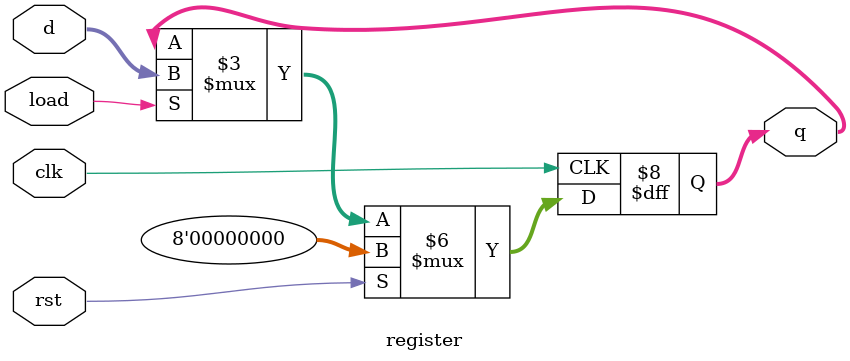
<source format=v>
`timescale 1ns / 1ps


module register(clk, rst, load, d, q);
    parameter WIDTH = 8;
    
    input clk, rst, load;
    input [WIDTH-1:0] d;
    output reg [WIDTH-1:0] q;
    initial begin
        q <= 0;
    end
    always@(posedge clk) begin
        if(rst) q <= 0;
        else if(load)   q <= d;
    end
endmodule

</source>
